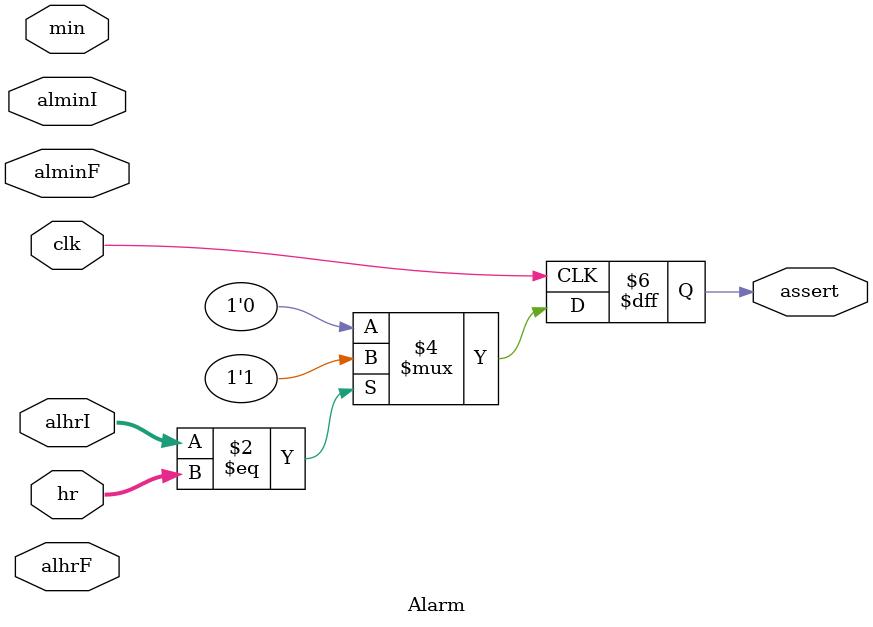
<source format=v>
  
module Alarm(clk,alminI,alhrI,alminF,alhrF,min,hr,assert);
  input clk;
  input [7:0] alminI,alhrI,alminF,alhrF,min,hr;
//  input [1:0]mode;
  output reg assert;
  always@(posedge clk)
  begin
      if(alhrI == hr)
          assert <= 1;
      else
        assert <=0;
  end
endmodule
</source>
